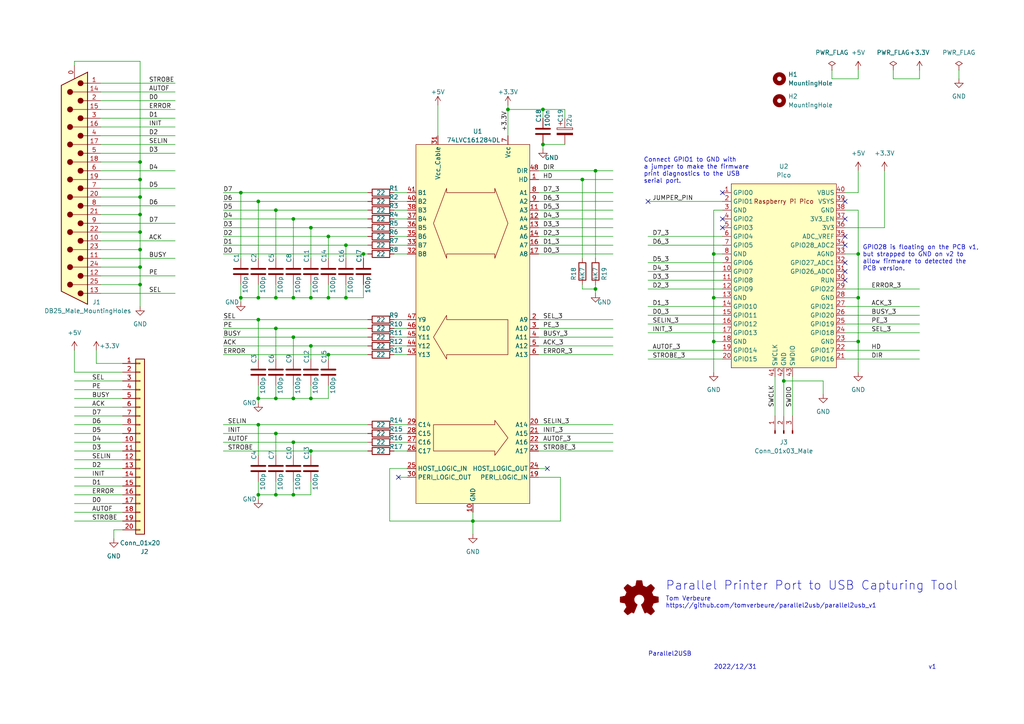
<source format=kicad_sch>
(kicad_sch (version 20211123) (generator eeschema)
  (paper "A4")
  (lib_symbols
    (symbol "74lvc161284:74LVC161284DL"
      (property "Reference" "U" (at 0 44.45 0))
      (property "Value" "74LVC161284DL" (at -1.27 41.91 0))
      (symbol "74LVC161284DL_1_1"
        (pin input line (at -19.05 30.48 0) (length 2.54) (name "HD") (number "1"))
        (pin power_in line (at 0 -66.04 90) (length 2.54) (name "GND") (number "10"))
        (pin bidirectional line (at -19.05 21.59 0) (length 2.54) (name "A3") (number "11"))
        (pin bidirectional line (at -19.05 19.05 0) (length 2.54) (name "A4") (number "12"))
        (pin bidirectional line (at -19.05 16.51 0) (length 2.54) (name "A5") (number "13"))
        (pin bidirectional line (at -19.05 13.97 0) (length 2.54) (name "A6") (number "14"))
        (pin power_in line (at 0 -66.04 90) (length 2.54) hide (name "GND") (number "15"))
        (pin bidirectional line (at -19.05 11.43 0) (length 2.54) (name "A7") (number "16"))
        (pin bidirectional line (at -19.05 8.89 0) (length 2.54) (name "A8") (number "17"))
        (pin power_in line (at -10.16 43.18 270) (length 2.54) hide (name "Vcc") (number "18"))
        (pin input line (at -19.05 -55.88 0) (length 2.54) (name "PERI_LOGIC_IN") (number "19"))
        (pin input line (at -19.05 -10.16 0) (length 2.54) (name "A9") (number "2"))
        (pin output line (at -19.05 -40.64 0) (length 2.54) (name "A14") (number "20"))
        (pin output line (at -19.05 -43.18 0) (length 2.54) (name "A15") (number "21"))
        (pin output line (at -19.05 -45.72 0) (length 2.54) (name "A16") (number "22"))
        (pin output line (at -19.05 -48.26 0) (length 2.54) (name "A17") (number "23"))
        (pin output line (at -19.05 -53.34 0) (length 2.54) (name "HOST_LOGIC_OUT") (number "24"))
        (pin input line (at 19.05 -53.34 180) (length 2.54) (name "HOST_LOGIC_IN") (number "25"))
        (pin input line (at 19.05 -48.26 180) (length 2.54) (name "C17") (number "26"))
        (pin input line (at 19.05 -45.72 180) (length 2.54) (name "C16") (number "27"))
        (pin input line (at 19.05 -43.18 180) (length 2.54) (name "C15") (number "28"))
        (pin input line (at 19.05 -40.64 180) (length 2.54) (name "C14") (number "29"))
        (pin input line (at -19.05 -12.7 0) (length 2.54) (name "A10") (number "3"))
        (pin output line (at 19.05 -55.88 180) (length 2.54) (name "PERI_LOGIC_OUT") (number "30"))
        (pin power_in line (at 10.16 43.18 270) (length 2.54) (name "Vcc_Cable") (number "31"))
        (pin bidirectional line (at 19.05 8.89 180) (length 2.54) (name "B8") (number "32"))
        (pin bidirectional line (at 19.05 11.43 180) (length 2.54) (name "B7") (number "33"))
        (pin power_in line (at 0 -66.04 90) (length 2.54) hide (name "GND") (number "34"))
        (pin bidirectional line (at 19.05 13.97 180) (length 2.54) (name "B6") (number "35"))
        (pin bidirectional line (at 19.05 16.51 180) (length 2.54) (name "B5") (number "36"))
        (pin bidirectional line (at 19.05 19.05 180) (length 2.54) (name "B4") (number "37"))
        (pin bidirectional line (at 19.05 21.59 180) (length 2.54) (name "B3") (number "38"))
        (pin power_in line (at 0 -66.04 90) (length 2.54) hide (name "GND") (number "39"))
        (pin input line (at -19.05 -15.24 0) (length 2.54) (name "A11") (number "4"))
        (pin bidirectional line (at 19.05 24.13 180) (length 2.54) (name "B2") (number "40"))
        (pin bidirectional line (at 19.05 26.67 180) (length 2.54) (name "B1") (number "41"))
        (pin power_in line (at 10.16 43.18 270) (length 2.54) hide (name "Vcc_Cable") (number "42"))
        (pin output line (at 19.05 -20.32 180) (length 2.54) (name "Y13") (number "43"))
        (pin output line (at 19.05 -17.78 180) (length 2.54) (name "Y12") (number "44"))
        (pin output line (at 19.05 -15.24 180) (length 2.54) (name "Y11") (number "45"))
        (pin output line (at 19.05 -12.7 180) (length 2.54) (name "Y10") (number "46"))
        (pin output line (at 19.05 -10.16 180) (length 2.54) (name "Y9") (number "47"))
        (pin input line (at -19.05 33.02 0) (length 2.54) (name "DIR") (number "48"))
        (pin input line (at -19.05 -17.78 0) (length 2.54) (name "A12") (number "5"))
        (pin input line (at -19.05 -20.32 0) (length 2.54) (name "A13") (number "6"))
        (pin power_in line (at -10.16 43.18 270) (length 2.54) (name "Vcc") (number "7"))
        (pin bidirectional line (at -19.05 26.67 0) (length 2.54) (name "A1") (number "8"))
        (pin bidirectional line (at -19.05 24.13 0) (length 2.54) (name "A2") (number "9"))
      )
    )
    (symbol "Connector:Conn_01x03_Male" (pin_names (offset 1.016) hide)
      (property "Reference" "J" (at 0 5.08 0))
      (property "Value" "Conn_01x03_Male" (at 0 -5.08 0))
      (symbol "Conn_01x03_Male_1_1"
        (pin passive line (at 5.08 2.54 180) (length 3.81) (name "Pin_1") (number "1"))
        (pin passive line (at 5.08 0 180) (length 3.81) (name "Pin_2") (number "2"))
        (pin passive line (at 5.08 -2.54 180) (length 3.81) (name "Pin_3") (number "3"))
      )
    )
    (symbol "Connector:DB25_Male_MountingHoles" (pin_names (offset 1.016) hide)
      (property "Reference" "J" (at 0 36.83 0))
      (property "Value" "DB25_Male_MountingHoles" (at 0 34.925 0))
      (symbol "DB25_Male_MountingHoles_1_1"
        (pin passive line (at 0 -35.56 90) (length 3.81) (name "PAD") (number "0"))
        (pin passive line (at -7.62 -30.48 0) (length 3.81) (name "1") (number "1"))
        (pin passive line (at -7.62 15.24 0) (length 3.81) (name "10") (number "10"))
        (pin passive line (at -7.62 20.32 0) (length 3.81) (name "11") (number "11"))
        (pin passive line (at -7.62 25.4 0) (length 3.81) (name "12") (number "12"))
        (pin passive line (at -7.62 30.48 0) (length 3.81) (name "13") (number "13"))
        (pin passive line (at -7.62 -27.94 0) (length 3.81) (name "P14") (number "14"))
        (pin passive line (at -7.62 -22.86 0) (length 3.81) (name "P15") (number "15"))
        (pin passive line (at -7.62 -17.78 0) (length 3.81) (name "P16") (number "16"))
        (pin passive line (at -7.62 -12.7 0) (length 3.81) (name "P17") (number "17"))
        (pin passive line (at -7.62 -7.62 0) (length 3.81) (name "P18") (number "18"))
        (pin passive line (at -7.62 -2.54 0) (length 3.81) (name "P19") (number "19"))
        (pin passive line (at -7.62 -25.4 0) (length 3.81) (name "2") (number "2"))
        (pin passive line (at -7.62 2.54 0) (length 3.81) (name "P20") (number "20"))
        (pin passive line (at -7.62 7.62 0) (length 3.81) (name "P21") (number "21"))
        (pin passive line (at -7.62 12.7 0) (length 3.81) (name "P22") (number "22"))
        (pin passive line (at -7.62 17.78 0) (length 3.81) (name "P23") (number "23"))
        (pin passive line (at -7.62 22.86 0) (length 3.81) (name "P24") (number "24"))
        (pin passive line (at -7.62 27.94 0) (length 3.81) (name "P25") (number "25"))
        (pin passive line (at -7.62 -20.32 0) (length 3.81) (name "3") (number "3"))
        (pin passive line (at -7.62 -15.24 0) (length 3.81) (name "4") (number "4"))
        (pin passive line (at -7.62 -10.16 0) (length 3.81) (name "5") (number "5"))
        (pin passive line (at -7.62 -5.08 0) (length 3.81) (name "6") (number "6"))
        (pin passive line (at -7.62 0 0) (length 3.81) (name "7") (number "7"))
        (pin passive line (at -7.62 5.08 0) (length 3.81) (name "8") (number "8"))
        (pin passive line (at -7.62 10.16 0) (length 3.81) (name "9") (number "9"))
      )
    )
    (symbol "Connector_Generic:Conn_01x20" (pin_names (offset 1.016) hide)
      (property "Reference" "J" (at 0 25.4 0))
      (property "Value" "Conn_01x20" (at 0 -27.94 0))
      (symbol "Conn_01x20_1_1"
        (pin passive line (at -5.08 22.86 0) (length 3.81) (name "Pin_1") (number "1"))
        (pin passive line (at -5.08 0 0) (length 3.81) (name "Pin_10") (number "10"))
        (pin passive line (at -5.08 -2.54 0) (length 3.81) (name "Pin_11") (number "11"))
        (pin passive line (at -5.08 -5.08 0) (length 3.81) (name "Pin_12") (number "12"))
        (pin passive line (at -5.08 -7.62 0) (length 3.81) (name "Pin_13") (number "13"))
        (pin passive line (at -5.08 -10.16 0) (length 3.81) (name "Pin_14") (number "14"))
        (pin passive line (at -5.08 -12.7 0) (length 3.81) (name "Pin_15") (number "15"))
        (pin passive line (at -5.08 -15.24 0) (length 3.81) (name "Pin_16") (number "16"))
        (pin passive line (at -5.08 -17.78 0) (length 3.81) (name "Pin_17") (number "17"))
        (pin passive line (at -5.08 -20.32 0) (length 3.81) (name "Pin_18") (number "18"))
        (pin passive line (at -5.08 -22.86 0) (length 3.81) (name "Pin_19") (number "19"))
        (pin passive line (at -5.08 20.32 0) (length 3.81) (name "Pin_2") (number "2"))
        (pin passive line (at -5.08 -25.4 0) (length 3.81) (name "Pin_20") (number "20"))
        (pin passive line (at -5.08 17.78 0) (length 3.81) (name "Pin_3") (number "3"))
        (pin passive line (at -5.08 15.24 0) (length 3.81) (name "Pin_4") (number "4"))
        (pin passive line (at -5.08 12.7 0) (length 3.81) (name "Pin_5") (number "5"))
        (pin passive line (at -5.08 10.16 0) (length 3.81) (name "Pin_6") (number "6"))
        (pin passive line (at -5.08 7.62 0) (length 3.81) (name "Pin_7") (number "7"))
        (pin passive line (at -5.08 5.08 0) (length 3.81) (name "Pin_8") (number "8"))
        (pin passive line (at -5.08 2.54 0) (length 3.81) (name "Pin_9") (number "9"))
      )
    )
    (symbol "Device:C" (pin_numbers hide) (pin_names (offset 0.254))
      (property "Reference" "C" (at 0.635 2.54 0))
      (property "Value" "C" (at 0.635 -2.54 0))
      (symbol "C_1_1"
        (pin passive line (at 0 3.81 270) (length 2.794) (name "~") (number "1"))
        (pin passive line (at 0 -3.81 90) (length 2.794) (name "~") (number "2"))
      )
    )
    (symbol "Device:C_Polarized" (pin_numbers hide) (pin_names (offset 0.254))
      (property "Reference" "C" (at 0.635 2.54 0))
      (property "Value" "C_Polarized" (at 0.635 -2.54 0))
      (symbol "C_Polarized_1_1"
        (pin passive line (at 0 3.81 270) (length 2.794) (name "~") (number "1"))
        (pin passive line (at 0 -3.81 90) (length 2.794) (name "~") (number "2"))
      )
    )
    (symbol "Device:R" (pin_numbers hide) (pin_names (offset 0))
      (property "Reference" "R" (at 2.032 0 90))
      (property "Value" "R" (at 0 0 90))
      (symbol "R_1_1"
        (pin passive line (at 0 3.81 270) (length 1.27) (name "~") (number "1"))
        (pin passive line (at 0 -3.81 90) (length 1.27) (name "~") (number "2"))
      )
    )
    (symbol "Graphic:Logo_Open_Hardware_Small" (pin_names (offset 1.016)))
    (symbol "Mechanical:MountingHole" (pin_names (offset 1.016))
      (property "Reference" "H" (at 0 5.08 0))
      (property "Value" "MountingHole" (at 0 3.175 0))
    )
    (symbol "Raspberry Pico:Pico"
      (property "Reference" "U" (at -13.97 27.94 0))
      (property "Value" "Pico" (at 0 19.05 0))
      (symbol "Pico_0_0"
        (text "Raspberry Pi Pico" (at 0 21.59 0) (effects (font (size 1.27 1.27))))
      )
      (symbol "Pico_1_1"
        (pin bidirectional line (at -17.78 24.13 0) (length 2.54) (name "GPIO0") (number "1"))
        (pin bidirectional line (at -17.78 1.27 0) (length 2.54) (name "GPIO7") (number "10"))
        (pin bidirectional line (at -17.78 -1.27 0) (length 2.54) (name "GPIO8") (number "11"))
        (pin bidirectional line (at -17.78 -3.81 0) (length 2.54) (name "GPIO9") (number "12"))
        (pin power_in line (at -17.78 -6.35 0) (length 2.54) (name "GND") (number "13"))
        (pin bidirectional line (at -17.78 -8.89 0) (length 2.54) (name "GPIO10") (number "14"))
        (pin bidirectional line (at -17.78 -11.43 0) (length 2.54) (name "GPIO11") (number "15"))
        (pin bidirectional line (at -17.78 -13.97 0) (length 2.54) (name "GPIO12") (number "16"))
        (pin bidirectional line (at -17.78 -16.51 0) (length 2.54) (name "GPIO13") (number "17"))
        (pin power_in line (at -17.78 -19.05 0) (length 2.54) (name "GND") (number "18"))
        (pin bidirectional line (at -17.78 -21.59 0) (length 2.54) (name "GPIO14") (number "19"))
        (pin bidirectional line (at -17.78 21.59 0) (length 2.54) (name "GPIO1") (number "2"))
        (pin bidirectional line (at -17.78 -24.13 0) (length 2.54) (name "GPIO15") (number "20"))
        (pin bidirectional line (at 17.78 -24.13 180) (length 2.54) (name "GPIO16") (number "21"))
        (pin bidirectional line (at 17.78 -21.59 180) (length 2.54) (name "GPIO17") (number "22"))
        (pin power_in line (at 17.78 -19.05 180) (length 2.54) (name "GND") (number "23"))
        (pin bidirectional line (at 17.78 -16.51 180) (length 2.54) (name "GPIO18") (number "24"))
        (pin bidirectional line (at 17.78 -13.97 180) (length 2.54) (name "GPIO19") (number "25"))
        (pin bidirectional line (at 17.78 -11.43 180) (length 2.54) (name "GPIO20") (number "26"))
        (pin bidirectional line (at 17.78 -8.89 180) (length 2.54) (name "GPIO21") (number "27"))
        (pin power_in line (at 17.78 -6.35 180) (length 2.54) (name "GND") (number "28"))
        (pin bidirectional line (at 17.78 -3.81 180) (length 2.54) (name "GPIO22") (number "29"))
        (pin power_in line (at -17.78 19.05 0) (length 2.54) (name "GND") (number "3"))
        (pin input line (at 17.78 -1.27 180) (length 2.54) (name "RUN") (number "30"))
        (pin bidirectional line (at 17.78 1.27 180) (length 2.54) (name "GPIO26_ADC0") (number "31"))
        (pin bidirectional line (at 17.78 3.81 180) (length 2.54) (name "GPIO27_ADC1") (number "32"))
        (pin power_in line (at 17.78 6.35 180) (length 2.54) (name "AGND") (number "33"))
        (pin bidirectional line (at 17.78 8.89 180) (length 2.54) (name "GPIO28_ADC2") (number "34"))
        (pin power_in line (at 17.78 11.43 180) (length 2.54) (name "ADC_VREF") (number "35"))
        (pin power_in line (at 17.78 13.97 180) (length 2.54) (name "3V3") (number "36"))
        (pin input line (at 17.78 16.51 180) (length 2.54) (name "3V3_EN") (number "37"))
        (pin power_in line (at 17.78 19.05 180) (length 2.54) (name "GND") (number "38"))
        (pin power_in line (at 17.78 21.59 180) (length 2.54) (name "VSYS") (number "39"))
        (pin bidirectional line (at -17.78 16.51 0) (length 2.54) (name "GPIO2") (number "4"))
        (pin power_in line (at 17.78 24.13 180) (length 2.54) (name "VBUS") (number "40"))
        (pin input line (at -2.54 -29.21 90) (length 2.54) (name "SWCLK") (number "41"))
        (pin power_in line (at 0 -29.21 90) (length 2.54) (name "GND") (number "42"))
        (pin bidirectional line (at 2.54 -29.21 90) (length 2.54) (name "SWDIO") (number "43"))
        (pin bidirectional line (at -17.78 13.97 0) (length 2.54) (name "GPIO3") (number "5"))
        (pin bidirectional line (at -17.78 11.43 0) (length 2.54) (name "GPIO4") (number "6"))
        (pin bidirectional line (at -17.78 8.89 0) (length 2.54) (name "GPIO5") (number "7"))
        (pin power_in line (at -17.78 6.35 0) (length 2.54) (name "GND") (number "8"))
        (pin bidirectional line (at -17.78 3.81 0) (length 2.54) (name "GPIO6") (number "9"))
      )
    )
    (symbol "power:+3.3V" (power) (pin_names (offset 0))
      (property "Value" "+3.3V" (at 0 3.556 0))
      (symbol "+3.3V_1_1"
        (pin power_in line (at 0 0 90) (length 0) hide (name "+3.3V") (number "1"))
      )
    )
    (symbol "power:+5V" (power) (pin_names (offset 0))
      (property "Value" "+5V" (at 0 3.556 0))
      (symbol "+5V_1_1"
        (pin power_in line (at 0 0 90) (length 0) hide (name "+5V") (number "1"))
      )
    )
    (symbol "power:GND" (power) (pin_names (offset 0))
      (property "Value" "GND" (at 0 -3.81 0))
      (symbol "GND_1_1"
        (pin power_in line (at 0 0 270) (length 0) hide (name "GND") (number "1"))
      )
    )
    (symbol "power:PWR_FLAG" (power) (pin_numbers hide) (pin_names (offset 0) hide)
      (property "Value" "PWR_FLAG" (at 0 3.81 0))
      (symbol "PWR_FLAG_0_0"
        (pin power_out line (at 0 0 90) (length 0) (name "pwr") (number "1"))
      )
    )
  )
  (junction (at 80.01 95.25))
  (junction (at 248.92 99.06))
  (junction (at 85.09 63.5))
  (junction (at 105.41 73.66))
  (junction (at 207.01 73.66))
  (junction (at 137.16 151.13))
  (junction (at 74.93 143.51))
  (junction (at 80.01 86.36))
  (junction (at 80.01 60.96))
  (junction (at 74.93 92.71))
  (junction (at 69.85 55.88))
  (junction (at 147.32 31.75))
  (junction (at 85.09 143.51))
  (junction (at 227.33 110.49))
  (junction (at 40.64 46.99))
  (junction (at 248.92 86.36))
  (junction (at 80.01 143.51))
  (junction (at 172.72 49.53))
  (junction (at 100.33 71.12))
  (junction (at 40.64 82.55))
  (junction (at 85.09 86.36))
  (junction (at 85.09 115.57))
  (junction (at 74.93 86.36))
  (junction (at 74.93 123.19))
  (junction (at 74.93 115.57))
  (junction (at 157.48 41.91))
  (junction (at 69.85 86.36))
  (junction (at 172.72 83.82))
  (junction (at 90.17 130.81))
  (junction (at 40.64 72.39))
  (junction (at 248.92 73.66))
  (junction (at 90.17 66.04))
  (junction (at 80.01 125.73))
  (junction (at 40.64 77.47))
  (junction (at 95.25 102.87))
  (junction (at 90.17 86.36))
  (junction (at 207.01 86.36))
  (junction (at 95.25 86.36))
  (junction (at 40.64 67.31))
  (junction (at 95.25 68.58))
  (junction (at 85.09 128.27))
  (junction (at 74.93 58.42))
  (junction (at 40.64 52.07))
  (junction (at 90.17 100.33))
  (junction (at 40.64 62.23))
  (junction (at 90.17 115.57))
  (junction (at 85.09 97.79))
  (junction (at 40.64 57.15))
  (junction (at 168.91 52.07))
  (junction (at 207.01 99.06))
  (junction (at 80.01 115.57))
  (junction (at 100.33 86.36))
  (junction (at 157.48 31.75))
  (no_connect (at 245.11 63.5))
  (no_connect (at 245.11 68.58))
  (no_connect (at 209.55 66.04))
  (no_connect (at 209.55 55.88))
  (no_connect (at 115.57 138.43))
  (no_connect (at 245.11 71.12))
  (no_connect (at 209.55 63.5))
  (no_connect (at 245.11 58.42))
  (no_connect (at 187.96 58.42))
  (no_connect (at 245.11 78.74))
  (no_connect (at 158.75 135.89))
  (no_connect (at 245.11 81.28))
  (no_connect (at 245.11 76.2))
  (wire (pts (xy 64.77 68.58) (xy 95.25 68.58)))
  (wire (pts (xy 115.57 138.43) (xy 118.11 138.43)))
  (wire (pts (xy 168.91 52.07) (xy 177.8 52.07)))
  (wire (pts (xy 74.93 111.76) (xy 74.93 115.57)))
  (wire (pts (xy 29.21 24.13) (xy 50.8 24.13)))
  (wire (pts (xy 156.21 55.88) (xy 177.8 55.88)))
  (wire (pts (xy 85.09 86.36) (xy 90.17 86.36)))
  (wire (pts (xy 245.11 55.88) (xy 248.92 55.88)))
  (wire (pts (xy 147.32 31.75) (xy 147.32 39.37)))
  (wire (pts (xy 95.25 86.36) (xy 100.33 86.36)))
  (wire (pts (xy 248.92 107.95) (xy 248.92 99.06)))
  (wire (pts (xy 40.64 46.99) (xy 40.64 17.78)))
  (wire (pts (xy 127 30.48) (xy 127 39.37)))
  (wire (pts (xy 113.03 151.13) (xy 113.03 135.89)))
  (wire (pts (xy 156.21 68.58) (xy 177.8 68.58)))
  (wire (pts (xy 29.21 41.91) (xy 50.8 41.91)))
  (wire (pts (xy 29.21 64.77) (xy 50.8 64.77)))
  (wire (pts (xy 114.3 100.33) (xy 118.11 100.33)))
  (wire (pts (xy 80.01 139.7) (xy 80.01 143.51)))
  (wire (pts (xy 90.17 100.33) (xy 106.68 100.33)))
  (wire (pts (xy 29.21 69.85) (xy 50.8 69.85)))
  (wire (pts (xy 64.77 95.25) (xy 80.01 95.25)))
  (wire (pts (xy 241.3 20.32) (xy 241.3 22.86)))
  (wire (pts (xy 21.59 101.6) (xy 21.59 107.95)))
  (wire (pts (xy 64.77 73.66) (xy 105.41 73.66)))
  (wire (pts (xy 137.16 151.13) (xy 137.16 154.94)))
  (wire (pts (xy 90.17 66.04) (xy 90.17 74.93)))
  (wire (pts (xy 156.21 63.5) (xy 177.8 63.5)))
  (wire (pts (xy 100.33 71.12) (xy 106.68 71.12)))
  (wire (pts (xy 157.48 31.75) (xy 163.83 31.75)))
  (wire (pts (xy 245.11 93.98) (xy 266.7 93.98)))
  (wire (pts (xy 207.01 73.66) (xy 207.01 60.96)))
  (wire (pts (xy 245.11 73.66) (xy 248.92 73.66)))
  (wire (pts (xy 168.91 83.82) (xy 172.72 83.82)))
  (wire (pts (xy 64.77 130.81) (xy 90.17 130.81)))
  (wire (pts (xy 69.85 82.55) (xy 69.85 86.36)))
  (wire (pts (xy 163.83 31.75) (xy 163.83 34.29)))
  (wire (pts (xy 90.17 86.36) (xy 95.25 86.36)))
  (wire (pts (xy 80.01 125.73) (xy 80.01 132.08)))
  (wire (pts (xy 40.64 77.47) (xy 40.64 82.55)))
  (wire (pts (xy 156.21 49.53) (xy 172.72 49.53)))
  (wire (pts (xy 187.96 68.58) (xy 209.55 68.58)))
  (wire (pts (xy 29.21 44.45) (xy 50.8 44.45)))
  (wire (pts (xy 114.3 123.19) (xy 118.11 123.19)))
  (wire (pts (xy 69.85 86.36) (xy 69.85 87.63)))
  (wire (pts (xy 95.25 115.57) (xy 95.25 111.76)))
  (wire (pts (xy 33.02 153.67) (xy 35.56 153.67)))
  (wire (pts (xy 29.21 72.39) (xy 40.64 72.39)))
  (wire (pts (xy 156.21 73.66) (xy 177.8 73.66)))
  (wire (pts (xy 245.11 88.9) (xy 266.7 88.9)))
  (wire (pts (xy 207.01 86.36) (xy 209.55 86.36)))
  (wire (pts (xy 187.96 101.6) (xy 209.55 101.6)))
  (wire (pts (xy 64.77 125.73) (xy 80.01 125.73)))
  (wire (pts (xy 172.72 82.55) (xy 172.72 83.82)))
  (wire (pts (xy 29.21 26.67) (xy 50.8 26.67)))
  (wire (pts (xy 29.21 52.07) (xy 40.64 52.07)))
  (wire (pts (xy 27.94 105.41) (xy 35.56 105.41)))
  (wire (pts (xy 114.3 102.87) (xy 118.11 102.87)))
  (wire (pts (xy 64.77 58.42) (xy 74.93 58.42)))
  (wire (pts (xy 187.96 88.9) (xy 209.55 88.9)))
  (wire (pts (xy 95.25 102.87) (xy 106.68 102.87)))
  (wire (pts (xy 248.92 99.06) (xy 245.11 99.06)))
  (wire (pts (xy 156.21 135.89) (xy 158.75 135.89)))
  (wire (pts (xy 168.91 52.07) (xy 168.91 74.93)))
  (wire (pts (xy 21.59 118.11) (xy 35.56 118.11)))
  (wire (pts (xy 21.59 140.97) (xy 35.56 140.97)))
  (wire (pts (xy 100.33 82.55) (xy 100.33 86.36)))
  (wire (pts (xy 172.72 49.53) (xy 177.8 49.53)))
  (wire (pts (xy 172.72 49.53) (xy 172.72 74.93)))
  (wire (pts (xy 64.77 63.5) (xy 85.09 63.5)))
  (wire (pts (xy 114.3 60.96) (xy 118.11 60.96)))
  (wire (pts (xy 29.21 31.75) (xy 50.8 31.75)))
  (wire (pts (xy 105.41 73.66) (xy 105.41 74.93)))
  (wire (pts (xy 187.96 71.12) (xy 209.55 71.12)))
  (wire (pts (xy 95.25 102.87) (xy 95.25 104.14)))
  (wire (pts (xy 187.96 58.42) (xy 209.55 58.42)))
  (wire (pts (xy 80.01 95.25) (xy 106.68 95.25)))
  (wire (pts (xy 74.93 115.57) (xy 74.93 116.84)))
  (wire (pts (xy 80.01 60.96) (xy 80.01 74.93)))
  (wire (pts (xy 69.85 55.88) (xy 69.85 74.93)))
  (wire (pts (xy 69.85 55.88) (xy 106.68 55.88)))
  (wire (pts (xy 259.08 20.32) (xy 259.08 22.86)))
  (wire (pts (xy 209.55 99.06) (xy 207.01 99.06)))
  (wire (pts (xy 156.21 92.71) (xy 177.8 92.71)))
  (wire (pts (xy 74.93 143.51) (xy 80.01 143.51)))
  (wire (pts (xy 187.96 93.98) (xy 209.55 93.98)))
  (wire (pts (xy 95.25 68.58) (xy 95.25 74.93)))
  (wire (pts (xy 69.85 86.36) (xy 74.93 86.36)))
  (wire (pts (xy 29.21 39.37) (xy 50.8 39.37)))
  (wire (pts (xy 172.72 85.09) (xy 172.72 83.82)))
  (wire (pts (xy 114.3 73.66) (xy 118.11 73.66)))
  (wire (pts (xy 156.21 58.42) (xy 177.8 58.42)))
  (wire (pts (xy 227.33 110.49) (xy 238.76 110.49)))
  (wire (pts (xy 187.96 83.82) (xy 209.55 83.82)))
  (wire (pts (xy 187.96 96.52) (xy 209.55 96.52)))
  (wire (pts (xy 29.21 36.83) (xy 50.8 36.83)))
  (wire (pts (xy 147.32 30.48) (xy 147.32 31.75)))
  (wire (pts (xy 74.93 92.71) (xy 106.68 92.71)))
  (wire (pts (xy 64.77 102.87) (xy 95.25 102.87)))
  (wire (pts (xy 21.59 130.81) (xy 35.56 130.81)))
  (wire (pts (xy 248.92 73.66) (xy 248.92 86.36)))
  (wire (pts (xy 64.77 71.12) (xy 100.33 71.12)))
  (wire (pts (xy 187.96 104.14) (xy 209.55 104.14)))
  (wire (pts (xy 248.92 99.06) (xy 248.92 86.36)))
  (wire (pts (xy 114.3 97.79) (xy 118.11 97.79)))
  (wire (pts (xy 40.64 17.78) (xy 21.59 17.78)))
  (wire (pts (xy 90.17 130.81) (xy 106.68 130.81)))
  (wire (pts (xy 90.17 100.33) (xy 90.17 104.14)))
  (wire (pts (xy 40.64 72.39) (xy 40.64 77.47)))
  (wire (pts (xy 29.21 49.53) (xy 50.8 49.53)))
  (wire (pts (xy 245.11 96.52) (xy 266.7 96.52)))
  (wire (pts (xy 21.59 138.43) (xy 35.56 138.43)))
  (wire (pts (xy 64.77 123.19) (xy 74.93 123.19)))
  (wire (pts (xy 21.59 133.35) (xy 35.56 133.35)))
  (wire (pts (xy 207.01 60.96) (xy 209.55 60.96)))
  (wire (pts (xy 156.21 130.81) (xy 177.8 130.81)))
  (wire (pts (xy 74.93 86.36) (xy 80.01 86.36)))
  (wire (pts (xy 80.01 82.55) (xy 80.01 86.36)))
  (wire (pts (xy 29.21 74.93) (xy 50.8 74.93)))
  (wire (pts (xy 207.01 99.06) (xy 207.01 107.95)))
  (wire (pts (xy 29.21 80.01) (xy 50.8 80.01)))
  (wire (pts (xy 187.96 78.74) (xy 209.55 78.74)))
  (wire (pts (xy 80.01 95.25) (xy 80.01 104.14)))
  (wire (pts (xy 80.01 115.57) (xy 85.09 115.57)))
  (wire (pts (xy 114.3 68.58) (xy 118.11 68.58)))
  (wire (pts (xy 114.3 128.27) (xy 118.11 128.27)))
  (wire (pts (xy 137.16 151.13) (xy 162.56 151.13)))
  (wire (pts (xy 248.92 86.36) (xy 245.11 86.36)))
  (wire (pts (xy 157.48 31.75) (xy 157.48 34.29)))
  (wire (pts (xy 21.59 143.51) (xy 35.56 143.51)))
  (wire (pts (xy 245.11 101.6) (xy 266.7 101.6)))
  (wire (pts (xy 245.11 66.04) (xy 256.54 66.04)))
  (wire (pts (xy 40.64 46.99) (xy 40.64 52.07)))
  (wire (pts (xy 90.17 143.51) (xy 90.17 139.7)))
  (wire (pts (xy 278.13 20.32) (xy 278.13 22.86)))
  (wire (pts (xy 85.09 63.5) (xy 85.09 74.93)))
  (wire (pts (xy 114.3 55.88) (xy 118.11 55.88)))
  (wire (pts (xy 207.01 73.66) (xy 209.55 73.66)))
  (wire (pts (xy 21.59 120.65) (xy 35.56 120.65)))
  (wire (pts (xy 64.77 92.71) (xy 74.93 92.71)))
  (wire (pts (xy 162.56 151.13) (xy 162.56 138.43)))
  (wire (pts (xy 29.21 34.29) (xy 50.8 34.29)))
  (wire (pts (xy 90.17 66.04) (xy 106.68 66.04)))
  (wire (pts (xy 248.92 60.96) (xy 248.92 73.66)))
  (wire (pts (xy 256.54 49.53) (xy 256.54 66.04)))
  (wire (pts (xy 105.41 86.36) (xy 105.41 82.55)))
  (wire (pts (xy 245.11 91.44) (xy 266.7 91.44)))
  (wire (pts (xy 229.87 109.22) (xy 229.87 120.65)))
  (wire (pts (xy 85.09 128.27) (xy 85.09 132.08)))
  (wire (pts (xy 74.93 58.42) (xy 74.93 74.93)))
  (wire (pts (xy 187.96 81.28) (xy 209.55 81.28)))
  (wire (pts (xy 21.59 135.89) (xy 35.56 135.89)))
  (wire (pts (xy 90.17 130.81) (xy 90.17 132.08)))
  (wire (pts (xy 29.21 57.15) (xy 40.64 57.15)))
  (wire (pts (xy 27.94 101.6) (xy 27.94 105.41)))
  (wire (pts (xy 64.77 55.88) (xy 69.85 55.88)))
  (wire (pts (xy 156.21 60.96) (xy 177.8 60.96)))
  (wire (pts (xy 248.92 49.53) (xy 248.92 55.88)))
  (wire (pts (xy 114.3 58.42) (xy 118.11 58.42)))
  (wire (pts (xy 114.3 63.5) (xy 118.11 63.5)))
  (wire (pts (xy 85.09 139.7) (xy 85.09 143.51)))
  (wire (pts (xy 85.09 115.57) (xy 90.17 115.57)))
  (wire (pts (xy 85.09 97.79) (xy 85.09 104.14)))
  (wire (pts (xy 74.93 115.57) (xy 80.01 115.57)))
  (wire (pts (xy 64.77 100.33) (xy 90.17 100.33)))
  (wire (pts (xy 137.16 148.59) (xy 137.16 151.13)))
  (wire (pts (xy 245.11 83.82) (xy 266.7 83.82)))
  (wire (pts (xy 21.59 146.05) (xy 35.56 146.05)))
  (wire (pts (xy 29.21 67.31) (xy 40.64 67.31)))
  (wire (pts (xy 29.21 54.61) (xy 50.8 54.61)))
  (wire (pts (xy 259.08 22.86) (xy 266.7 22.86)))
  (wire (pts (xy 21.59 107.95) (xy 35.56 107.95)))
  (wire (pts (xy 113.03 135.89) (xy 118.11 135.89)))
  (wire (pts (xy 156.21 100.33) (xy 177.8 100.33)))
  (wire (pts (xy 40.64 62.23) (xy 40.64 67.31)))
  (wire (pts (xy 74.93 123.19) (xy 106.68 123.19)))
  (wire (pts (xy 85.09 143.51) (xy 90.17 143.51)))
  (wire (pts (xy 21.59 123.19) (xy 35.56 123.19)))
  (wire (pts (xy 156.21 102.87) (xy 177.8 102.87)))
  (wire (pts (xy 162.56 138.43) (xy 156.21 138.43)))
  (wire (pts (xy 156.21 66.04) (xy 177.8 66.04)))
  (wire (pts (xy 40.64 57.15) (xy 40.64 62.23)))
  (wire (pts (xy 74.93 139.7) (xy 74.93 143.51)))
  (wire (pts (xy 21.59 115.57) (xy 35.56 115.57)))
  (wire (pts (xy 40.64 52.07) (xy 40.64 57.15)))
  (wire (pts (xy 80.01 86.36) (xy 85.09 86.36)))
  (wire (pts (xy 156.21 97.79) (xy 177.8 97.79)))
  (wire (pts (xy 85.09 63.5) (xy 106.68 63.5)))
  (wire (pts (xy 21.59 128.27) (xy 35.56 128.27)))
  (wire (pts (xy 114.3 66.04) (xy 118.11 66.04)))
  (wire (pts (xy 114.3 95.25) (xy 118.11 95.25)))
  (wire (pts (xy 100.33 86.36) (xy 105.41 86.36)))
  (wire (pts (xy 187.96 91.44) (xy 209.55 91.44)))
  (wire (pts (xy 137.16 151.13) (xy 113.03 151.13)))
  (wire (pts (xy 114.3 71.12) (xy 118.11 71.12)))
  (wire (pts (xy 95.25 68.58) (xy 106.68 68.58)))
  (wire (pts (xy 40.64 82.55) (xy 40.64 88.9)))
  (wire (pts (xy 156.21 123.19) (xy 177.8 123.19)))
  (wire (pts (xy 74.93 92.71) (xy 74.93 104.14)))
  (wire (pts (xy 90.17 115.57) (xy 95.25 115.57)))
  (wire (pts (xy 156.21 125.73) (xy 177.8 125.73)))
  (wire (pts (xy 21.59 113.03) (xy 35.56 113.03)))
  (wire (pts (xy 29.21 46.99) (xy 40.64 46.99)))
  (wire (pts (xy 74.93 58.42) (xy 106.68 58.42)))
  (wire (pts (xy 29.21 85.09) (xy 50.8 85.09)))
  (wire (pts (xy 95.25 82.55) (xy 95.25 86.36)))
  (wire (pts (xy 156.21 95.25) (xy 177.8 95.25)))
  (wire (pts (xy 85.09 128.27) (xy 106.68 128.27)))
  (wire (pts (xy 266.7 22.86) (xy 266.7 20.32)))
  (wire (pts (xy 85.09 82.55) (xy 85.09 86.36)))
  (wire (pts (xy 100.33 71.12) (xy 100.33 74.93)))
  (wire (pts (xy 114.3 125.73) (xy 118.11 125.73)))
  (wire (pts (xy 29.21 62.23) (xy 40.64 62.23)))
  (wire (pts (xy 157.48 41.91) (xy 157.48 43.18)))
  (wire (pts (xy 157.48 41.91) (xy 163.83 41.91)))
  (wire (pts (xy 64.77 60.96) (xy 80.01 60.96)))
  (wire (pts (xy 224.79 109.22) (xy 224.79 120.65)))
  (wire (pts (xy 29.21 29.21) (xy 50.8 29.21)))
  (wire (pts (xy 29.21 82.55) (xy 40.64 82.55)))
  (wire (pts (xy 21.59 148.59) (xy 35.56 148.59)))
  (wire (pts (xy 227.33 110.49) (xy 227.33 120.65)))
  (wire (pts (xy 74.93 82.55) (xy 74.93 86.36)))
  (wire (pts (xy 238.76 110.49) (xy 238.76 114.3)))
  (wire (pts (xy 156.21 71.12) (xy 177.8 71.12)))
  (wire (pts (xy 85.09 111.76) (xy 85.09 115.57)))
  (wire (pts (xy 64.77 66.04) (xy 90.17 66.04)))
  (wire (pts (xy 21.59 17.78) (xy 21.59 19.05)))
  (wire (pts (xy 85.09 97.79) (xy 106.68 97.79)))
  (wire (pts (xy 105.41 73.66) (xy 106.68 73.66)))
  (wire (pts (xy 74.93 123.19) (xy 74.93 132.08)))
  (wire (pts (xy 80.01 111.76) (xy 80.01 115.57)))
  (wire (pts (xy 29.21 77.47) (xy 40.64 77.47)))
  (wire (pts (xy 227.33 109.22) (xy 227.33 110.49)))
  (wire (pts (xy 80.01 143.51) (xy 85.09 143.51)))
  (wire (pts (xy 80.01 60.96) (xy 106.68 60.96)))
  (wire (pts (xy 156.21 128.27) (xy 177.8 128.27)))
  (wire (pts (xy 33.02 153.67) (xy 33.02 156.21)))
  (wire (pts (xy 207.01 99.06) (xy 207.01 86.36)))
  (wire (pts (xy 21.59 110.49) (xy 35.56 110.49)))
  (wire (pts (xy 147.32 31.75) (xy 157.48 31.75)))
  (wire (pts (xy 114.3 92.71) (xy 118.11 92.71)))
  (wire (pts (xy 90.17 111.76) (xy 90.17 115.57)))
  (wire (pts (xy 245.11 104.14) (xy 266.7 104.14)))
  (wire (pts (xy 245.11 60.96) (xy 248.92 60.96)))
  (wire (pts (xy 114.3 130.81) (xy 118.11 130.81)))
  (wire (pts (xy 80.01 125.73) (xy 106.68 125.73)))
  (wire (pts (xy 21.59 151.13) (xy 35.56 151.13)))
  (wire (pts (xy 64.77 97.79) (xy 85.09 97.79)))
  (wire (pts (xy 21.59 125.73) (xy 35.56 125.73)))
  (wire (pts (xy 187.96 76.2) (xy 209.55 76.2)))
  (wire (pts (xy 64.77 128.27) (xy 85.09 128.27)))
  (wire (pts (xy 90.17 82.55) (xy 90.17 86.36)))
  (wire (pts (xy 168.91 82.55) (xy 168.91 83.82)))
  (wire (pts (xy 248.92 22.86) (xy 248.92 20.32)))
  (wire (pts (xy 29.21 59.69) (xy 50.8 59.69)))
  (wire (pts (xy 74.93 143.51) (xy 74.93 144.78)))
  (wire (pts (xy 156.21 52.07) (xy 168.91 52.07)))
  (wire (pts (xy 241.3 22.86) (xy 248.92 22.86)))
  (wire (pts (xy 207.01 86.36) (xy 207.01 73.66)))
  (wire (pts (xy 40.64 67.31) (xy 40.64 72.39)))
  (text "Connect GPIO1 to GND with\na jumper to make the firmware\nprint diagnostics to the USB\nserial port." (at 186.69 53.34 0) (effects (font (size 1.27 1.27)) (justify left bottom)))
  (text "Parallel2USB" (at 187.96 190.5 0) (effects (font (size 1.27 1.27)) (justify left bottom)))
  (text "Tom Verbeure\nhttps://github.com/tomverbeure/parallel2usb/parallel2usb_v1" (at 193.04 176.53 0) (effects (font (size 1.27 1.27)) (justify left bottom)))
  (text "Parallel Printer Port to USB Capturing Tool" (at 193.04 171.45 0) (effects (font (size 2.54 2.54)) (justify left bottom)))
  (text "v1" (at 269.24 194.31 0) (effects (font (size 1.27 1.27)) (justify left bottom)))
  (text "2022/12/31" (at 207.01 194.31 0) (effects (font (size 1.27 1.27)) (justify left bottom)))
  (text "GPIO28 is floating on the PCB v1,\nbut strapped to GND on v2 to \nallow firmware to detected the \nPCB version." (at 250.19 78.74 0) (effects (font (size 1.27 1.27)) (justify left bottom)))
  (label "D2" (at 64.77 68.58 0))
  (label "D6" (at 64.77 58.42 0))
  (label "STROBE" (at 26.67 151.13 0))
  (label "STROBE_3" (at 189.23 104.14 0))
  (label "D7" (at 26.67 120.65 0))
  (label "SEL" (at 26.67 110.49 0))
  (label "AUTOF" (at 43.18 26.67 0))
  (label "HD" (at 157.48 52.07 0))
  (label "BUSY" (at 64.77 97.79 0))
  (label "D5_3" (at 157.48 60.96 0))
  (label "D2" (at 26.67 135.89 0))
  (label "INIT" (at 66.04 125.73 0))
  (label "D0" (at 64.77 73.66 0))
  (label "D7_3" (at 157.48 55.88 0))
  (label "D5_3" (at 189.23 76.2 0))
  (label "ERROR_3" (at 252.73 83.82 0))
  (label "PE_3" (at 157.48 95.25 0))
  (label "INIT" (at 26.67 138.43 0))
  (label "JUMPER_PIN" (at 189.23 58.42 0))
  (label "AUTOF_3" (at 189.23 101.6 0))
  (label "AUTOF" (at 26.67 148.59 0))
  (label "D1" (at 26.67 140.97 0))
  (label "D0" (at 26.67 146.05 0))
  (label "D3_3" (at 189.23 81.28 0))
  (label "D4" (at 64.77 63.5 0))
  (label "D4_3" (at 189.23 78.74 0))
  (label "SEL_3" (at 252.73 96.52 0))
  (label "BUSY_3" (at 252.73 91.44 0))
  (label "SEL" (at 43.18 85.09 0))
  (label "SELIN" (at 43.18 41.91 0))
  (label "SELIN_3" (at 157.48 123.19 0))
  (label "D1_3" (at 157.48 71.12 0))
  (label "PE" (at 64.77 95.25 0))
  (label "D7" (at 43.1881 64.77 0))
  (label "SELIN" (at 66.04 123.19 0))
  (label "D1_3" (at 189.23 88.9 0))
  (label "STROBE" (at 66.04 130.81 0))
  (label "INIT" (at 43.18 36.83 0))
  (label "BUSY_3" (at 157.48 97.79 0))
  (label "D3_3" (at 157.48 66.04 0))
  (label "SELIN" (at 26.67 133.35 0))
  (label "D6_3" (at 157.48 58.42 0))
  (label "D3" (at 26.67 130.81 0))
  (label "HD" (at 252.73 101.6 0))
  (label "D0_3" (at 157.48 73.66 0))
  (label "STROBE" (at 43.18 24.13 0))
  (label "SEL" (at 64.77 92.71 0))
  (label "ERROR_3" (at 157.48 102.87 0))
  (label "AUTOF_3" (at 157.48 128.27 0))
  (label "D6_3" (at 189.23 71.12 0))
  (label "ERROR" (at 26.67 143.51 0))
  (label "ERROR" (at 64.77 102.87 0))
  (label "ERROR" (at 43.18 31.75 0))
  (label "D0" (at 43.18 29.21 0))
  (label "PE_3" (at 252.73 93.98 0))
  (label "+3.3V" (at 147.32 38.1 90))
  (label "D4" (at 26.67 128.27 0))
  (label "D5" (at 26.67 125.73 0))
  (label "BUSY" (at 43.18 74.93 0))
  (label "D4_3" (at 157.48 63.5 0))
  (label "ACK" (at 43.18 69.85 0))
  (label "D6" (at 26.67 123.19 0))
  (label "ACK_3" (at 157.48 100.33 0))
  (label "INIT_3" (at 189.23 96.52 0))
  (label "D2" (at 43.18 39.37 0))
  (label "INIT_3" (at 157.48 125.73 0))
  (label "DIR" (at 157.48 49.53 0))
  (label "SWCLK" (at 224.79 118.11 90))
  (label "PE" (at 26.67 113.03 0))
  (label "D7_3" (at 189.23 68.58 0))
  (label "ACK_3" (at 252.73 88.9 0))
  (label "D7" (at 64.77 55.88 0))
  (label "D3" (at 43.18 44.45 0))
  (label "D4" (at 43.18 49.53 0))
  (label "D5" (at 64.77 60.96 0))
  (label "DIR" (at 252.73 104.14 0))
  (label "PE" (at 43.18 80.01 0))
  (label "ACK" (at 64.77 100.33 0))
  (label "AUTOF" (at 66.04 128.27 0))
  (label "ACK" (at 26.67 118.11 0))
  (label "SWDIO" (at 229.87 118.11 90))
  (label "BUSY" (at 26.67 115.57 0))
  (label "D2_3" (at 157.48 68.58 0))
  (label "SELIN_3" (at 189.23 93.98 0))
  (label "D5" (at 43.18 54.61 0))
  (label "D1" (at 64.77 71.12 0))
  (label "SEL_3" (at 157.48 92.71 0))
  (label "D0_3" (at 189.23 91.44 0))
  (label "D2_3" (at 189.23 83.82 0))
  (label "D1" (at 43.18 34.29 0))
  (label "D3" (at 64.77 66.04 0))
  (label "STROBE_3" (at 157.48 130.81 0))
  (label "D6" (at 43.18 59.69 0))
  (symbol (lib_id "Device:R") (at 110.49 73.66 90) (unit 1)
    (property "Reference" "R8" (at 115.57 72.39 90) (effects (justify left)))
    (property "Value" "22" (at 111.76 73.66 90) (effects (justify left)))
    (property "Footprint" "Resistor_SMD:R_0603_1608Metric_Pad0.98x0.95mm_HandSolder" (effects hide))
  )
  (symbol (lib_id "Device:R") (at 110.49 97.79 90) (unit 1)
    (property "Reference" "R11" (at 116.84 96.52 90) (effects (justify left)))
    (property "Value" "22" (at 111.76 97.79 90) (effects (justify left)))
    (property "Footprint" "Resistor_SMD:R_0603_1608Metric_Pad0.98x0.95mm_HandSolder" (effects hide))
  )
  (symbol (lib_id "Device:C") (at 157.48 38.1 0) (unit 1)
    (property "Reference" "C18" (at 156.21 35.56 90) (effects (justify left)))
    (property "Value" "100n" (at 158.75 36.83 90) (effects (justify left)))
    (property "Footprint" "Capacitor_SMD:C_0603_1608Metric_Pad1.08x0.95mm_HandSolder" (effects hide))
  )
  (symbol (lib_id "Device:C") (at 95.25 107.95 0) (unit 1)
    (property "Reference" "C15" (at 93.98 105.41 90) (effects (justify left)))
    (property "Value" "100p" (at 96.52 114.3 90) (effects (justify left)))
    (property "Footprint" "Capacitor_SMD:C_0603_1608Metric_Pad1.08x0.95mm_HandSolder" (effects hide))
  )
  (symbol (lib_id "power:GND") (at 278.13 22.86 0) (unit 1)
    (property "Reference" "#PWR015" (effects hide))
    (property "Value" "GND" (at 278.13 27.94 0))
  )
  (symbol (lib_id "power:PWR_FLAG") (at 278.13 20.32 0) (unit 1)
    (property "Reference" "#FLG03" (effects hide))
    (property "Value" "PWR_FLAG" (at 278.13 15.24 0))
  )
  (symbol (lib_id "power:+5V") (at 21.59 101.6 0) (unit 1)
    (property "Reference" "#PWR01" (effects hide))
    (property "Value" "+5V" (at 21.59 96.52 0))
  )
  (symbol (lib_id "Device:C") (at 90.17 107.95 0) (unit 1)
    (property "Reference" "C12" (at 88.9 105.41 90) (effects (justify left)))
    (property "Value" "100p" (at 91.44 114.3 90) (effects (justify left)))
    (property "Footprint" "Capacitor_SMD:C_0603_1608Metric_Pad1.08x0.95mm_HandSolder" (effects hide))
  )
  (symbol (lib_id "Device:C") (at 90.17 135.89 0) (unit 1)
    (property "Reference" "C13" (at 88.9 133.35 90) (effects (justify left)))
    (property "Value" "100p" (at 91.44 142.24 90) (effects (justify left)))
    (property "Footprint" "Capacitor_SMD:C_0603_1608Metric_Pad1.08x0.95mm_HandSolder" (effects hide))
  )
  (symbol (lib_id "power:+3.3V") (at 147.32 30.48 0) (unit 1)
    (property "Reference" "#PWR0102" (effects hide))
    (property "Value" "+3.3V" (at 147.32 26.67 0))
  )
  (symbol (lib_id "Mechanical:MountingHole") (at 226.06 22.86 0) (unit 1)
    (property "Reference" "H1" (at 228.6 21.5899 0) (effects (justify left)))
    (property "Value" "MountingHole" (at 228.6 24.1299 0) (effects (justify left)))
    (property "Footprint" "MountingHole:MountingHole_2.7mm_M2.5" (effects hide))
  )
  (symbol (lib_id "Device:C") (at 85.09 135.89 0) (unit 1)
    (property "Reference" "C10" (at 83.82 133.35 90) (effects (justify left)))
    (property "Value" "100p" (at 86.36 142.24 90) (effects (justify left)))
    (property "Footprint" "Capacitor_SMD:C_0603_1608Metric_Pad1.08x0.95mm_HandSolder" (effects hide))
  )
  (symbol (lib_id "power:+3.3V") (at 266.7 20.32 0) (unit 1)
    (property "Reference" "#PWR014" (effects hide))
    (property "Value" "+3.3V" (at 266.7 15.24 0))
  )
  (symbol (lib_id "power:+5V") (at 248.92 49.53 0) (unit 1)
    (property "Reference" "#PWR011" (effects hide))
    (property "Value" "+5V" (at 248.92 44.45 0))
  )
  (symbol (lib_id "Device:R") (at 110.49 60.96 90) (unit 1)
    (property "Reference" "R3" (at 115.57 59.69 90) (effects (justify left)))
    (property "Value" "22" (at 111.76 60.96 90) (effects (justify left)))
    (property "Footprint" "Resistor_SMD:R_0603_1608Metric_Pad0.98x0.95mm_HandSolder" (effects hide))
  )
  (symbol (lib_id "Device:C") (at 69.85 78.74 0) (unit 1)
    (property "Reference" "C1" (at 68.58 76.2 90) (effects (justify left)))
    (property "Value" "100p" (at 71.12 85.09 90) (effects (justify left)))
    (property "Footprint" "Capacitor_SMD:C_0603_1608Metric_Pad1.08x0.95mm_HandSolder" (effects hide))
  )
  (symbol (lib_id "Device:C") (at 74.93 78.74 0) (unit 1)
    (property "Reference" "C2" (at 73.66 76.2 90) (effects (justify left)))
    (property "Value" "100p" (at 76.2 85.09 90) (effects (justify left)))
    (property "Footprint" "Capacitor_SMD:C_0603_1608Metric_Pad1.08x0.95mm_HandSolder" (effects hide))
  )
  (symbol (lib_id "Device:C") (at 105.41 78.74 0) (unit 1)
    (property "Reference" "C17" (at 104.14 76.2 90) (effects (justify left)))
    (property "Value" "100p" (at 106.68 85.09 90) (effects (justify left)))
    (property "Footprint" "Capacitor_SMD:C_0603_1608Metric_Pad1.08x0.95mm_HandSolder" (effects hide))
  )
  (symbol (lib_id "Device:R") (at 110.49 102.87 90) (unit 1)
    (property "Reference" "R13" (at 116.84 101.6 90) (effects (justify left)))
    (property "Value" "22" (at 111.76 102.87 90) (effects (justify left)))
    (property "Footprint" "Resistor_SMD:R_0603_1608Metric_Pad0.98x0.95mm_HandSolder" (effects hide))
  )
  (symbol (lib_id "power:GND") (at 74.93 116.84 0) (unit 1)
    (property "Reference" "#PWR06" (effects hide))
    (property "Value" "GND" (at 72.39 116.84 0))
  )
  (symbol (lib_id "Device:C") (at 100.33 78.74 0) (unit 1)
    (property "Reference" "C16" (at 99.06 76.2 90) (effects (justify left)))
    (property "Value" "100p" (at 101.6 85.09 90) (effects (justify left)))
    (property "Footprint" "Capacitor_SMD:C_0603_1608Metric_Pad1.08x0.95mm_HandSolder" (effects hide))
  )
  (symbol (lib_id "Device:C") (at 85.09 78.74 0) (unit 1)
    (property "Reference" "C8" (at 83.82 76.2 90) (effects (justify left)))
    (property "Value" "100p" (at 86.36 85.09 90) (effects (justify left)))
    (property "Footprint" "Capacitor_SMD:C_0603_1608Metric_Pad1.08x0.95mm_HandSolder" (effects hide))
  )
  (symbol (lib_id "power:GND") (at 248.92 107.95 0) (unit 1)
    (property "Reference" "#PWR012" (effects hide))
    (property "Value" "GND" (at 248.92 113.03 0))
  )
  (symbol (lib_id "74lvc161284:74LVC161284DL") (at 137.16 82.55 0) (mirror y) (unit 1)
    (property "Reference" "U1" (at 137.16 38.1 0) (effects (justify right)))
    (property "Value" "74LVC161284DL" (at 129.54 40.64 0) (effects (justify right)))
    (property "Footprint" "Package_SO:SSOP-48_7.5x15.9mm_P0.635mm" (effects hide))
    (property "Datasheet" "https://www.ti.com/lit/ds/symlink/sn74lvc161284.pdf" (effects hide))
  )
  (symbol (lib_id "Device:R") (at 110.49 68.58 90) (unit 1)
    (property "Reference" "R6" (at 115.57 67.31 90) (effects (justify left)))
    (property "Value" "22" (at 111.76 68.58 90) (effects (justify left)))
    (property "Footprint" "Resistor_SMD:R_0603_1608Metric_Pad0.98x0.95mm_HandSolder" (effects hide))
  )
  (symbol (lib_id "Device:R") (at 110.49 71.12 90) (unit 1)
    (property "Reference" "R7" (at 115.57 69.85 90) (effects (justify left)))
    (property "Value" "22" (at 111.76 71.12 90) (effects (justify left)))
    (property "Footprint" "Resistor_SMD:R_0603_1608Metric_Pad0.98x0.95mm_HandSolder" (effects hide))
  )
  (symbol (lib_id "Device:C") (at 90.17 78.74 0) (unit 1)
    (property "Reference" "C11" (at 88.9 76.2 90) (effects (justify left)))
    (property "Value" "100p" (at 91.44 85.09 90) (effects (justify left)))
    (property "Footprint" "Capacitor_SMD:C_0603_1608Metric_Pad1.08x0.95mm_HandSolder" (effects hide))
  )
  (symbol (lib_id "power:+3.3V") (at 256.54 49.53 0) (unit 1)
    (property "Reference" "#PWR013" (effects hide))
    (property "Value" "+3.3V" (at 256.54 44.45 0))
  )
  (symbol (lib_id "Device:R") (at 110.49 128.27 90) (unit 1)
    (property "Reference" "R16" (at 116.84 127 90) (effects (justify left)))
    (property "Value" "22" (at 111.76 128.27 90) (effects (justify left)))
    (property "Footprint" "Resistor_SMD:R_0603_1608Metric_Pad0.98x0.95mm_HandSolder" (effects hide))
  )
  (symbol (lib_id "power:+3.3V") (at 27.94 101.6 0) (unit 1)
    (property "Reference" "#PWR02" (effects hide))
    (property "Value" "+3.3V" (at 31.75 100.33 0))
  )
  (symbol (lib_id "Device:R") (at 110.49 130.81 90) (unit 1)
    (property "Reference" "R17" (at 116.84 129.54 90) (effects (justify left)))
    (property "Value" "22" (at 111.76 130.81 90) (effects (justify left)))
    (property "Footprint" "Resistor_SMD:R_0603_1608Metric_Pad0.98x0.95mm_HandSolder" (effects hide))
  )
  (symbol (lib_id "power:GND") (at 172.72 85.09 0) (unit 1)
    (property "Reference" "#PWR0105" (effects hide))
    (property "Value" "GND" (at 175.26 87.63 0))
  )
  (symbol (lib_id "Device:C") (at 74.93 107.95 0) (unit 1)
    (property "Reference" "C3" (at 73.66 105.41 90) (effects (justify left)))
    (property "Value" "100p" (at 76.2 114.3 90) (effects (justify left)))
    (property "Footprint" "Capacitor_SMD:C_0603_1608Metric_Pad1.08x0.95mm_HandSolder" (effects hide))
  )
  (symbol (lib_id "Device:R") (at 168.91 78.74 180) (unit 1)
    (property "Reference" "R18" (at 166.37 77.47 90) (effects (justify left)))
    (property "Value" "4K7" (at 168.91 77.47 90) (effects (justify left)))
    (property "Footprint" "Resistor_SMD:R_0603_1608Metric_Pad0.98x0.95mm_HandSolder" (effects hide))
  )
  (symbol (lib_id "Device:R") (at 110.49 100.33 90) (unit 1)
    (property "Reference" "R12" (at 116.84 99.06 90) (effects (justify left)))
    (property "Value" "22" (at 111.76 100.33 90) (effects (justify left)))
    (property "Footprint" "Resistor_SMD:R_0603_1608Metric_Pad0.98x0.95mm_HandSolder" (effects hide))
  )
  (symbol (lib_id "Device:C") (at 74.93 135.89 0) (unit 1)
    (property "Reference" "C4" (at 73.66 133.35 90) (effects (justify left)))
    (property "Value" "100p" (at 76.2 142.24 90) (effects (justify left)))
    (property "Footprint" "Capacitor_SMD:C_0603_1608Metric_Pad1.08x0.95mm_HandSolder" (effects hide))
  )
  (symbol (lib_id "Device:R") (at 110.49 95.25 90) (unit 1)
    (property "Reference" "R10" (at 116.84 93.98 90) (effects (justify left)))
    (property "Value" "22" (at 111.76 95.25 90) (effects (justify left)))
    (property "Footprint" "Resistor_SMD:R_0603_1608Metric_Pad0.98x0.95mm_HandSolder" (effects hide))
  )
  (symbol (lib_id "Connector:DB25_Male_MountingHoles") (at 21.59 54.61 180) (unit 1)
    (property "Reference" "J1" (at 29.21 87.63 0) (effects (justify left)))
    (property "Value" "DB25_Male_MountingHoles" (at 38.1 90.17 0) (effects (justify left)))
    (property "Footprint" "Connector_Dsub:DSUB-25_Male_Horizontal_P2.77x2.84mm_EdgePinOffset7.70mm_Housed_MountingHolesOffset9.12mm" (effects hide))
    (property "Datasheet" " ~" (effects hide))
  )
  (symbol (lib_id "Connector:Conn_01x03_Male") (at 227.33 125.73 90) (unit 1)
    (property "Reference" "J3" (at 227.33 128.27 90))
    (property "Value" "Conn_01x03_Male" (at 227.33 130.81 90))
    (property "Footprint" "Connector_PinHeader_2.54mm:PinHeader_1x03_P2.54mm_Vertical" (effects hide))
  )
  (symbol (lib_id "power:GND") (at 69.85 87.63 0) (unit 1)
    (property "Reference" "#PWR05" (effects hide))
    (property "Value" "GND" (at 67.31 87.63 0))
  )
  (symbol (lib_id "power:GND") (at 137.16 154.94 0) (unit 1)
    (property "Reference" "#PWR0103" (effects hide))
    (property "Value" "GND" (at 137.16 160.02 0))
  )
  (symbol (lib_id "Device:R") (at 110.49 125.73 90) (unit 1)
    (property "Reference" "R15" (at 116.84 124.46 90) (effects (justify left)))
    (property "Value" "22" (at 111.76 125.73 90) (effects (justify left)))
    (property "Footprint" "Resistor_SMD:R_0603_1608Metric_Pad0.98x0.95mm_HandSolder" (effects hide))
  )
  (symbol (lib_id "power:PWR_FLAG") (at 259.08 20.32 0) (unit 1)
    (property "Reference" "#FLG02" (effects hide))
    (property "Value" "PWR_FLAG" (at 259.08 15.24 0))
  )
  (symbol (lib_id "power:GND") (at 33.02 156.21 0) (unit 1)
    (property "Reference" "#PWR03" (effects hide))
    (property "Value" "GND" (at 33.02 161.29 0))
  )
  (symbol (lib_id "Device:R") (at 110.49 66.04 90) (unit 1)
    (property "Reference" "R5" (at 115.57 64.77 90) (effects (justify left)))
    (property "Value" "22" (at 111.76 66.04 90) (effects (justify left)))
    (property "Footprint" "Resistor_SMD:R_0603_1608Metric_Pad0.98x0.95mm_HandSolder" (effects hide))
  )
  (symbol (lib_id "power:GND") (at 74.93 144.78 0) (unit 1)
    (property "Reference" "#PWR07" (effects hide))
    (property "Value" "GND" (at 72.39 144.78 0))
  )
  (symbol (lib_id "Graphic:Logo_Open_Hardware_Small") (at 185.42 173.99 0) (unit 1)
    (property "Reference" "#LOGO1" (effects hide))
    (property "Value" "Logo_Open_Hardware_Small" (effects hide))
  )
  (symbol (lib_id "Device:R") (at 110.49 63.5 90) (unit 1)
    (property "Reference" "R4" (at 115.57 62.23 90) (effects (justify left)))
    (property "Value" "22" (at 111.76 63.5 90) (effects (justify left)))
    (property "Footprint" "Resistor_SMD:R_0603_1608Metric_Pad0.98x0.95mm_HandSolder" (effects hide))
  )
  (symbol (lib_id "power:PWR_FLAG") (at 241.3 20.32 0) (unit 1)
    (property "Reference" "#FLG01" (effects hide))
    (property "Value" "PWR_FLAG" (at 241.3 15.24 0))
  )
  (symbol (lib_id "Device:R") (at 172.72 78.74 180) (unit 1)
    (property "Reference" "R19" (at 175.26 77.47 90) (effects (justify left)))
    (property "Value" "4K7" (at 172.72 77.47 90) (effects (justify left)))
    (property "Footprint" "Resistor_SMD:R_0603_1608Metric_Pad0.98x0.95mm_HandSolder" (effects hide))
  )
  (symbol (lib_id "power:GND") (at 207.01 107.95 0) (unit 1)
    (property "Reference" "#PWR08" (effects hide))
    (property "Value" "GND" (at 207.01 113.03 0))
  )
  (symbol (lib_id "Connector_Generic:Conn_01x20") (at 40.64 128.27 0) (unit 1)
    (property "Reference" "J2" (at 41.91 160.02 0))
    (property "Value" "Conn_01x20" (at 40.64 157.48 0))
    (property "Footprint" "Connector_PinHeader_2.54mm:PinHeader_1x20_P2.54mm_Vertical" (effects hide))
  )
  (symbol (lib_id "Device:C_Polarized") (at 163.83 38.1 0) (unit 1)
    (property "Reference" "C19" (at 162.56 35.56 90) (effects (justify left)))
    (property "Value" "22u" (at 165.1 36.83 90) (effects (justify left)))
    (property "Footprint" "Capacitor_SMD:C_0603_1608Metric_Pad1.08x0.95mm_HandSolder" (effects hide))
  )
  (symbol (lib_id "Device:R") (at 110.49 123.19 90) (unit 1)
    (property "Reference" "R14" (at 116.84 121.92 90) (effects (justify left)))
    (property "Value" "22" (at 111.76 123.19 90) (effects (justify left)))
    (property "Footprint" "Resistor_SMD:R_0603_1608Metric_Pad0.98x0.95mm_HandSolder" (effects hide))
  )
  (symbol (lib_id "Device:C") (at 80.01 135.89 0) (unit 1)
    (property "Reference" "C7" (at 78.74 133.35 90) (effects (justify left)))
    (property "Value" "100p" (at 81.28 142.24 90) (effects (justify left)))
    (property "Footprint" "Capacitor_SMD:C_0603_1608Metric_Pad1.08x0.95mm_HandSolder" (effects hide))
  )
  (symbol (lib_id "power:GND") (at 40.64 88.9 0) (unit 1)
    (property "Reference" "#PWR04" (effects hide))
    (property "Value" "GND" (at 40.64 93.98 0))
  )
  (symbol (lib_id "Device:R") (at 110.49 55.88 90) (unit 1)
    (property "Reference" "R1" (at 115.57 54.61 90) (effects (justify left)))
    (property "Value" "22" (at 111.76 55.88 90) (effects (justify left)))
    (property "Footprint" "Resistor_SMD:R_0603_1608Metric_Pad0.98x0.95mm_HandSolder" (effects hide))
  )
  (symbol (lib_id "Device:C") (at 95.25 78.74 0) (unit 1)
    (property "Reference" "C14" (at 93.98 76.2 90) (effects (justify left)))
    (property "Value" "100p" (at 96.52 85.09 90) (effects (justify left)))
    (property "Footprint" "Capacitor_SMD:C_0603_1608Metric_Pad1.08x0.95mm_HandSolder" (effects hide))
  )
  (symbol (lib_id "Mechanical:MountingHole") (at 226.06 29.21 0) (unit 1)
    (property "Reference" "H2" (at 228.6 27.9399 0) (effects (justify left)))
    (property "Value" "MountingHole" (at 228.6 30.4799 0) (effects (justify left)))
    (property "Footprint" "MountingHole:MountingHole_2.7mm_M2.5" (effects hide))
  )
  (symbol (lib_id "power:+5V") (at 127 30.48 0) (unit 1)
    (property "Reference" "#PWR0101" (effects hide))
    (property "Value" "+5V" (at 127 26.67 0))
  )
  (symbol (lib_id "Device:C") (at 85.09 107.95 0) (unit 1)
    (property "Reference" "C9" (at 83.82 105.41 90) (effects (justify left)))
    (property "Value" "100p" (at 86.36 114.3 90) (effects (justify left)))
    (property "Footprint" "Capacitor_SMD:C_0603_1608Metric_Pad1.08x0.95mm_HandSolder" (effects hide))
  )
  (symbol (lib_id "Raspberry Pico:Pico") (at 227.33 80.01 0) (unit 1)
    (property "Reference" "U2" (at 227.33 48.26 0))
    (property "Value" "Pico" (at 227.33 50.8 0))
    (property "Footprint" "RPi_Pico:RPi_Pico_SMD_TH" (effects hide))
  )
  (symbol (lib_id "Device:R") (at 110.49 92.71 90) (unit 1)
    (property "Reference" "R9" (at 115.57 91.44 90) (effects (justify left)))
    (property "Value" "22" (at 111.76 92.71 90) (effects (justify left)))
    (property "Footprint" "Resistor_SMD:R_0603_1608Metric_Pad0.98x0.95mm_HandSolder" (effects hide))
  )
  (symbol (lib_id "power:GND") (at 157.48 43.18 0) (unit 1)
    (property "Reference" "#PWR0104" (effects hide))
    (property "Value" "GND" (at 160.02 45.72 0))
  )
  (symbol (lib_id "power:+5V") (at 248.92 20.32 0) (unit 1)
    (property "Reference" "#PWR010" (effects hide))
    (property "Value" "+5V" (at 248.92 15.24 0))
  )
  (symbol (lib_id "power:GND") (at 238.76 114.3 0) (unit 1)
    (property "Reference" "#PWR09" (effects hide))
    (property "Value" "GND" (at 238.76 119.38 0))
  )
  (symbol (lib_id "Device:C") (at 80.01 78.74 0) (unit 1)
    (property "Reference" "C5" (at 78.74 76.2 90) (effects (justify left)))
    (property "Value" "100p" (at 81.28 85.09 90) (effects (justify left)))
    (property "Footprint" "Capacitor_SMD:C_0603_1608Metric_Pad1.08x0.95mm_HandSolder" (effects hide))
  )
  (symbol (lib_id "Device:R") (at 110.49 58.42 90) (unit 1)
    (property "Reference" "R2" (at 115.57 57.15 90) (effects (justify left)))
    (property "Value" "22" (at 111.76 58.42 90) (effects (justify left)))
    (property "Footprint" "Resistor_SMD:R_0603_1608Metric_Pad0.98x0.95mm_HandSolder" (effects hide))
  )
  (symbol (lib_id "Device:C") (at 80.01 107.95 0) (unit 1)
    (property "Reference" "C6" (at 78.74 105.41 90) (effects (justify left)))
    (property "Value" "100p" (at 81.28 114.3 90) (effects (justify left)))
    (property "Footprint" "Capacitor_SMD:C_0603_1608Metric_Pad1.08x0.95mm_HandSolder" (effects hide))
  )
)
</source>
